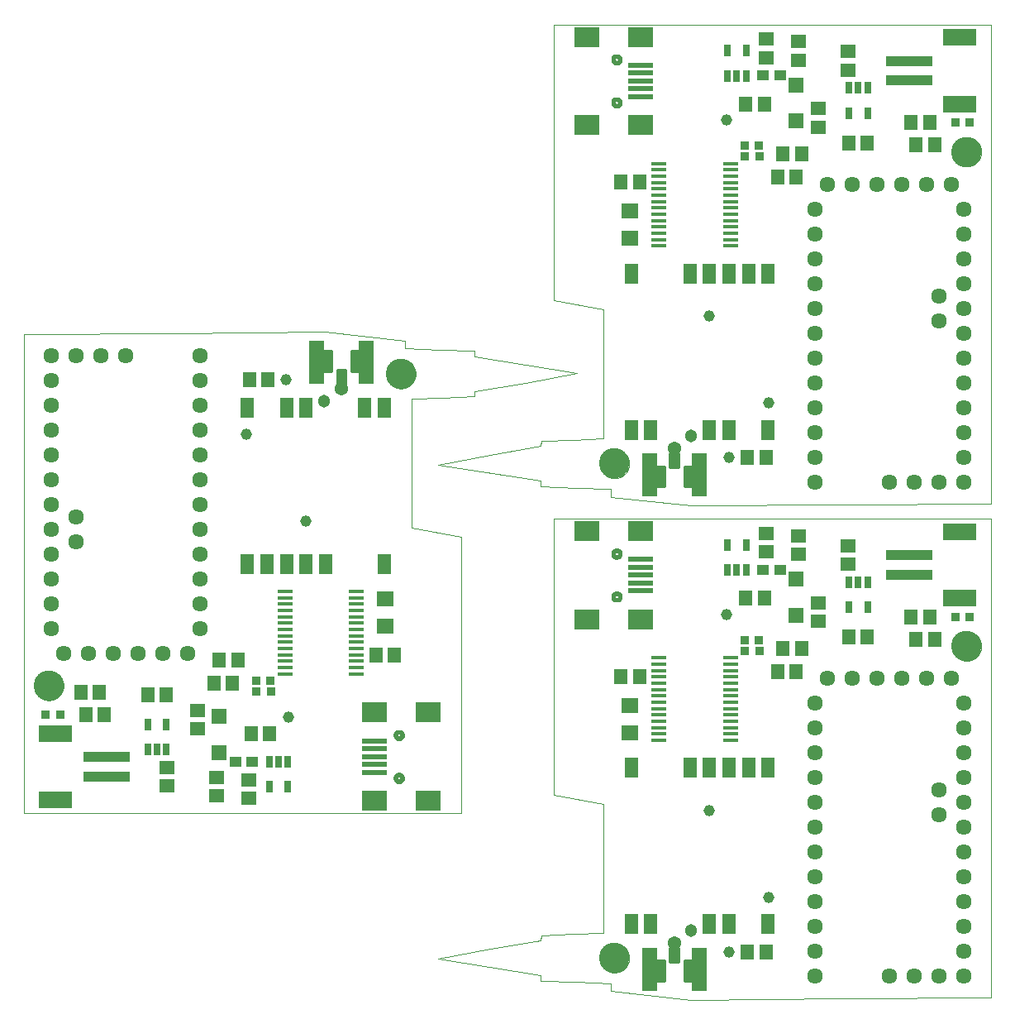
<source format=gts>
%MOIN*%
%OFA0B0*%
%FSLAX25Y25*%
%IPPOS*%
%LPD*%
%AMOC8*
5,1,8,0,0,$1,22.5*%
%AMOC80*
5,1,8,0,0,$1,22.5*%
%AMOC81*
5,1,8,0,0,$1,202.5*%
%ADD10C,0*%
%ADD11C,0.12210999999999998*%
%ADD12R,0.055179999999999993X0.06306*%
%ADD13R,0.06699X0.05912*%
%ADD14R,0.0355X0.0355*%
%ADD15C,0.06337*%
%ADD16R,0.059000000000000004X0.0177*%
%ADD17C,0.01614*%
%ADD18R,0.10243X0.02369*%
%ADD19R,0.10243X0.08274*%
%ADD20R,0.02565X0.05124*%
%ADD21R,0.06306X0.055179999999999993*%
%ADD22R,0.1851X0.04337*%
%ADD23R,0.13786X0.06699*%
%ADD24R,0.054X0.08274*%
%ADD25R,0.05912X0.05912*%
%ADD26R,0.04731X0.04337*%
%ADD27C,0.0088*%
%ADD28C,0.054*%
%ADD29R,0.064X0.17399999999999996*%
%ADD30C,0.05124*%
%ADD31C,0.04534*%
%ADD42C,0*%
%ADD43C,0.12210999999999998*%
%ADD44R,0.055179999999999993X0.06306*%
%ADD45R,0.06699X0.05912*%
%ADD46R,0.0355X0.0355*%
%ADD47C,0.06337*%
%ADD48R,0.059000000000000004X0.0177*%
%ADD49C,0.01614*%
%ADD50R,0.10243X0.02369*%
%ADD51R,0.10243X0.08274*%
%ADD52R,0.02565X0.05124*%
%ADD53R,0.06306X0.055179999999999993*%
%ADD54R,0.1851X0.04337*%
%ADD55R,0.13786X0.06699*%
%ADD56R,0.054X0.08274*%
%ADD57R,0.05912X0.05912*%
%ADD58R,0.04731X0.04337*%
%ADD59C,0.0088*%
%ADD60C,0.054*%
%ADD61R,0.064X0.17399999999999996*%
%ADD62C,0.05124*%
%ADD63C,0.04534*%
%ADD64C,0*%
%ADD65C,0.12210999999999998*%
%ADD66R,0.055179999999999993X0.06306*%
%ADD67R,0.06699X0.05912*%
%ADD68R,0.0355X0.0355*%
%ADD69C,0.06337*%
%ADD70R,0.059000000000000004X0.0177*%
%ADD71C,0.01614*%
%ADD72R,0.10243X0.02369*%
%ADD73R,0.10243X0.08274*%
%ADD74R,0.02565X0.05124*%
%ADD75R,0.06306X0.055179999999999993*%
%ADD76R,0.1851X0.04337*%
%ADD77R,0.13786X0.06699*%
%ADD78R,0.054X0.08274*%
%ADD79R,0.05912X0.05912*%
%ADD80R,0.04731X0.04337*%
%ADD81C,0.0088*%
%ADD82C,0.054*%
%ADD83R,0.064X0.17399999999999996*%
%ADD84C,0.05124*%
%ADD85C,0.04534*%
G75*
D10*
X0169911Y0016923D02*
X0190745Y0020882D01*
X0211245Y0024507D01*
X0211314Y0026340D01*
X0211384Y0026506D01*
X0224148Y0026993D01*
X0236578Y0027478D01*
X0236554Y0027472D02*
X0236579Y0053478D01*
X0236578Y0053451D02*
X0236578Y0079423D01*
X0216577Y0083173D01*
X0216577Y0194285D01*
X0392828Y0194285D01*
X0392828Y0001229D01*
X0332273Y0000882D01*
X0271717Y0000535D01*
X0239356Y0003907D01*
X0239356Y0007062D01*
X0225259Y0007618D01*
X0211161Y0008173D01*
X0211161Y0010396D01*
X0169911Y0016923D01*
X0235007Y0017338D02*
X0235008Y0017491D01*
X0235015Y0017645D01*
X0235025Y0017798D01*
X0235039Y0017950D01*
X0235056Y0018103D01*
X0235079Y0018254D01*
X0235103Y0018405D01*
X0235134Y0018555D01*
X0235168Y0018705D01*
X0235205Y0018854D01*
X0235246Y0019002D01*
X0235291Y0019148D01*
X0235340Y0019294D01*
X0235393Y0019438D01*
X0235449Y0019580D01*
X0235509Y0019721D01*
X0235573Y0019861D01*
X0235639Y0019999D01*
X0235711Y0020135D01*
X0235786Y0020269D01*
X0235862Y0020401D01*
X0235944Y0020530D01*
X0236029Y0020659D01*
X0236117Y0020785D01*
X0236208Y0020908D01*
X0236302Y0021029D01*
X0236400Y0021147D01*
X0236500Y0021263D01*
X0236604Y0021376D01*
X0236710Y0021487D01*
X0236818Y0021595D01*
X0236931Y0021700D01*
X0237045Y0021801D01*
X0237163Y0021900D01*
X0237282Y0021996D01*
X0237404Y0022089D01*
X0237529Y0022177D01*
X0237656Y0022265D01*
X0237785Y0022347D01*
X0237916Y0022427D01*
X0238049Y0022503D01*
X0238184Y0022575D01*
X0238321Y0022645D01*
X0238459Y0022710D01*
X0238600Y0022772D01*
X0238742Y0022830D01*
X0238885Y0022885D01*
X0239030Y0022936D01*
X0239176Y0022983D01*
X0239323Y0023026D01*
X0239471Y0023065D01*
X0239620Y0023101D01*
X0239770Y0023131D01*
X0239921Y0023160D01*
X0240072Y0023184D01*
X0240225Y0023204D01*
X0240377Y0023220D01*
X0240530Y0023232D01*
X0240682Y0023240D01*
X0240836Y0023244D01*
X0240990Y0023244D01*
X0241143Y0023240D01*
X0241296Y0023232D01*
X0241448Y0023220D01*
X0241601Y0023204D01*
X0241753Y0023184D01*
X0241905Y0023160D01*
X0242056Y0023131D01*
X0242206Y0023101D01*
X0242355Y0023065D01*
X0242503Y0023026D01*
X0242650Y0022983D01*
X0242796Y0022936D01*
X0242940Y0022885D01*
X0243084Y0022830D01*
X0243226Y0022772D01*
X0243366Y0022710D01*
X0243505Y0022645D01*
X0243642Y0022575D01*
X0243777Y0022503D01*
X0243909Y0022427D01*
X0244041Y0022347D01*
X0244170Y0022265D01*
X0244297Y0022177D01*
X0244422Y0022089D01*
X0244544Y0021996D01*
X0244663Y0021900D01*
X0244781Y0021801D01*
X0244895Y0021700D01*
X0245007Y0021595D01*
X0245115Y0021487D01*
X0245222Y0021376D01*
X0245326Y0021263D01*
X0245426Y0021147D01*
X0245524Y0021029D01*
X0245617Y0020908D01*
X0245709Y0020785D01*
X0245797Y0020659D01*
X0245881Y0020530D01*
X0245963Y0020401D01*
X0246040Y0020269D01*
X0246115Y0020135D01*
X0246186Y0019999D01*
X0246253Y0019861D01*
X0246317Y0019721D01*
X0246376Y0019580D01*
X0246433Y0019438D01*
X0246485Y0019294D01*
X0246535Y0019148D01*
X0246580Y0019002D01*
X0246620Y0018854D01*
X0246658Y0018705D01*
X0246692Y0018555D01*
X0246722Y0018405D01*
X0246747Y0018254D01*
X0246769Y0018103D01*
X0246787Y0017950D01*
X0246801Y0017798D01*
X0246810Y0017645D01*
X0246817Y0017491D01*
X0246819Y0017338D01*
X0246817Y0017185D01*
X0246810Y0017031D01*
X0246801Y0016878D01*
X0246787Y0016726D01*
X0246769Y0016573D01*
X0246747Y0016422D01*
X0246722Y0016271D01*
X0246692Y0016120D01*
X0246658Y0015970D01*
X0246620Y0015822D01*
X0246580Y0015673D01*
X0246535Y0015528D01*
X0246485Y0015382D01*
X0246433Y0015237D01*
X0246376Y0015096D01*
X0246317Y0014954D01*
X0246253Y0014815D01*
X0246186Y0014677D01*
X0246115Y0014541D01*
X0246040Y0014407D01*
X0245963Y0014274D01*
X0245881Y0014145D01*
X0245797Y0014016D01*
X0245709Y0013891D01*
X0245617Y0013768D01*
X0245524Y0013647D01*
X0245426Y0013529D01*
X0245326Y0013413D01*
X0245222Y0013300D01*
X0245115Y0013189D01*
X0245007Y0013081D01*
X0244895Y0012975D01*
X0244781Y0012875D01*
X0244663Y0012776D01*
X0244544Y0012680D01*
X0244422Y0012587D01*
X0244297Y0012498D01*
X0244170Y0012411D01*
X0244041Y0012329D01*
X0243909Y0012249D01*
X0243777Y0012173D01*
X0243642Y0012100D01*
X0243505Y0012031D01*
X0243366Y0011966D01*
X0243226Y0011904D01*
X0243084Y0011846D01*
X0242940Y0011791D01*
X0242796Y0011740D01*
X0242650Y0011693D01*
X0242503Y0011650D01*
X0242355Y0011611D01*
X0242206Y0011575D01*
X0242056Y0011543D01*
X0241905Y0011516D01*
X0241753Y0011492D01*
X0241601Y0011472D01*
X0241448Y0011455D01*
X0241296Y0011444D01*
X0241143Y0011436D01*
X0240990Y0011432D01*
X0240836Y0011432D01*
X0240682Y0011436D01*
X0240530Y0011444D01*
X0240377Y0011455D01*
X0240225Y0011472D01*
X0240072Y0011492D01*
X0239921Y0011516D01*
X0239770Y0011543D01*
X0239620Y0011575D01*
X0239471Y0011611D01*
X0239323Y0011650D01*
X0239176Y0011693D01*
X0239030Y0011740D01*
X0238885Y0011791D01*
X0238742Y0011846D01*
X0238600Y0011904D01*
X0238459Y0011966D01*
X0238321Y0012031D01*
X0238184Y0012100D01*
X0238049Y0012173D01*
X0237916Y0012249D01*
X0237785Y0012329D01*
X0237656Y0012411D01*
X0237529Y0012498D01*
X0237404Y0012587D01*
X0237282Y0012680D01*
X0237163Y0012776D01*
X0237045Y0012875D01*
X0236931Y0012975D01*
X0236818Y0013081D01*
X0236710Y0013189D01*
X0236604Y0013300D01*
X0236500Y0013413D01*
X0236400Y0013529D01*
X0236302Y0013647D01*
X0236208Y0013768D01*
X0236117Y0013891D01*
X0236029Y0014016D01*
X0235944Y0014145D01*
X0235862Y0014274D01*
X0235786Y0014407D01*
X0235711Y0014541D01*
X0235639Y0014677D01*
X0235573Y0014815D01*
X0235509Y0014954D01*
X0235449Y0015096D01*
X0235393Y0015237D01*
X0235340Y0015382D01*
X0235291Y0015528D01*
X0235246Y0015673D01*
X0235205Y0015822D01*
X0235168Y0015970D01*
X0235134Y0016120D01*
X0235103Y0016271D01*
X0235079Y0016422D01*
X0235056Y0016573D01*
X0235039Y0016726D01*
X0235025Y0016878D01*
X0235015Y0017031D01*
X0235008Y0017185D01*
X0235007Y0017338D01*
X0376993Y0142992D02*
X0376995Y0143145D01*
X0377001Y0143299D01*
X0377011Y0143452D01*
X0377025Y0143604D01*
X0377043Y0143757D01*
X0377065Y0143908D01*
X0377090Y0144059D01*
X0377120Y0144210D01*
X0377154Y0144360D01*
X0377191Y0144508D01*
X0377232Y0144656D01*
X0377277Y0144802D01*
X0377326Y0144948D01*
X0377379Y0145092D01*
X0377435Y0145234D01*
X0377495Y0145375D01*
X0377559Y0145515D01*
X0377626Y0145653D01*
X0377697Y0145788D01*
X0377772Y0145923D01*
X0377849Y0146055D01*
X0377931Y0146185D01*
X0378015Y0146313D01*
X0378102Y0146439D01*
X0378194Y0146562D01*
X0378288Y0146683D01*
X0378386Y0146801D01*
X0378486Y0146917D01*
X0378590Y0147030D01*
X0378696Y0147141D01*
X0378805Y0147249D01*
X0378917Y0147353D01*
X0379031Y0147455D01*
X0379149Y0147554D01*
X0379268Y0147650D01*
X0379390Y0147743D01*
X0379515Y0147832D01*
X0379642Y0147919D01*
X0379771Y0148001D01*
X0379902Y0148081D01*
X0380035Y0148157D01*
X0380170Y0148230D01*
X0380307Y0148299D01*
X0380446Y0148364D01*
X0380586Y0148425D01*
X0380728Y0148484D01*
X0380871Y0148539D01*
X0381016Y0148590D01*
X0381162Y0148637D01*
X0381308Y0148680D01*
X0381457Y0148719D01*
X0381606Y0148755D01*
X0381756Y0148786D01*
X0381907Y0148814D01*
X0382058Y0148838D01*
X0382211Y0148858D01*
X0382363Y0148874D01*
X0382516Y0148886D01*
X0382669Y0148894D01*
X0382822Y0148898D01*
X0382976Y0148898D01*
X0383129Y0148894D01*
X0383282Y0148886D01*
X0383435Y0148874D01*
X0383587Y0148858D01*
X0383740Y0148838D01*
X0383890Y0148814D01*
X0384042Y0148786D01*
X0384192Y0148755D01*
X0384341Y0148719D01*
X0384489Y0148680D01*
X0384636Y0148637D01*
X0384782Y0148590D01*
X0384927Y0148539D01*
X0385070Y0148484D01*
X0385212Y0148425D01*
X0385352Y0148364D01*
X0385491Y0148299D01*
X0385628Y0148230D01*
X0385763Y0148157D01*
X0385896Y0148081D01*
X0386027Y0148001D01*
X0386156Y0147919D01*
X0386283Y0147832D01*
X0386407Y0147743D01*
X0386530Y0147650D01*
X0386649Y0147554D01*
X0386767Y0147455D01*
X0386881Y0147353D01*
X0386993Y0147249D01*
X0387102Y0147141D01*
X0387208Y0147030D01*
X0387312Y0146917D01*
X0387412Y0146801D01*
X0387510Y0146683D01*
X0387604Y0146562D01*
X0387695Y0146439D01*
X0387782Y0146313D01*
X0387866Y0146185D01*
X0387949Y0146055D01*
X0388026Y0145923D01*
X0388101Y0145788D01*
X0388172Y0145653D01*
X0388238Y0145515D01*
X0388303Y0145375D01*
X0388363Y0145234D01*
X0388419Y0145092D01*
X0388472Y0144948D01*
X0388521Y0144802D01*
X0388566Y0144656D01*
X0388607Y0144508D01*
X0388644Y0144360D01*
X0388678Y0144210D01*
X0388708Y0144059D01*
X0388733Y0143908D01*
X0388755Y0143757D01*
X0388773Y0143604D01*
X0388787Y0143452D01*
X0388797Y0143299D01*
X0388803Y0143145D01*
X0388805Y0142992D01*
X0388803Y0142839D01*
X0388797Y0142685D01*
X0388787Y0142531D01*
X0388773Y0142380D01*
X0388755Y0142227D01*
X0388733Y0142076D01*
X0388708Y0141925D01*
X0388678Y0141774D01*
X0388644Y0141624D01*
X0388607Y0141476D01*
X0388566Y0141328D01*
X0388521Y0141182D01*
X0388472Y0141036D01*
X0388419Y0140892D01*
X0388363Y0140750D01*
X0388303Y0140609D01*
X0388238Y0140469D01*
X0388172Y0140330D01*
X0388101Y0140195D01*
X0388026Y0140061D01*
X0387949Y0139929D01*
X0387866Y0139799D01*
X0387782Y0139671D01*
X0387695Y0139545D01*
X0387604Y0139422D01*
X0387510Y0139301D01*
X0387412Y0139183D01*
X0387312Y0139067D01*
X0387208Y0138953D01*
X0387102Y0138843D01*
X0386993Y0138735D01*
X0386881Y0138630D01*
X0386767Y0138528D01*
X0386649Y0138430D01*
X0386530Y0138333D01*
X0386407Y0138241D01*
X0386283Y0138152D01*
X0386156Y0138065D01*
X0386027Y0137983D01*
X0385896Y0137903D01*
X0385763Y0137827D01*
X0385628Y0137753D01*
X0385491Y0137685D01*
X0385352Y0137620D01*
X0385212Y0137558D01*
X0385070Y0137500D01*
X0384927Y0137445D01*
X0384782Y0137394D01*
X0384636Y0137347D01*
X0384489Y0137304D01*
X0384341Y0137265D01*
X0384192Y0137229D01*
X0384042Y0137198D01*
X0383890Y0137170D01*
X0383740Y0137146D01*
X0383587Y0137126D01*
X0383435Y0137110D01*
X0383282Y0137098D01*
X0383129Y0137090D01*
X0382976Y0137086D01*
X0382822Y0137086D01*
X0382669Y0137090D01*
X0382516Y0137098D01*
X0382363Y0137110D01*
X0382211Y0137126D01*
X0382058Y0137146D01*
X0381907Y0137170D01*
X0381756Y0137198D01*
X0381606Y0137229D01*
X0381457Y0137265D01*
X0381308Y0137304D01*
X0381162Y0137347D01*
X0381016Y0137394D01*
X0380871Y0137445D01*
X0380728Y0137500D01*
X0380586Y0137558D01*
X0380446Y0137620D01*
X0380307Y0137685D01*
X0380170Y0137753D01*
X0380035Y0137827D01*
X0379902Y0137903D01*
X0379771Y0137983D01*
X0379642Y0138065D01*
X0379515Y0138152D01*
X0379390Y0138241D01*
X0379268Y0138333D01*
X0379149Y0138430D01*
X0379031Y0138528D01*
X0378917Y0138630D01*
X0378805Y0138735D01*
X0378696Y0138843D01*
X0378590Y0138953D01*
X0378486Y0139067D01*
X0378386Y0139183D01*
X0378288Y0139301D01*
X0378194Y0139422D01*
X0378102Y0139545D01*
X0378015Y0139671D01*
X0377931Y0139799D01*
X0377849Y0139929D01*
X0377772Y0140061D01*
X0377697Y0140195D01*
X0377626Y0140330D01*
X0377559Y0140469D01*
X0377495Y0140609D01*
X0377435Y0140750D01*
X0377379Y0140892D01*
X0377326Y0141036D01*
X0377277Y0141182D01*
X0377232Y0141328D01*
X0377191Y0141476D01*
X0377154Y0141624D01*
X0377120Y0141774D01*
X0377090Y0141925D01*
X0377065Y0142076D01*
X0377043Y0142227D01*
X0377025Y0142380D01*
X0377011Y0142531D01*
X0377001Y0142685D01*
X0376995Y0142839D01*
X0376993Y0142992D01*
D11*
X0382899Y0142992D03*
X0240913Y0017338D03*
D12*
X0294513Y0019673D03*
X0301994Y0019673D03*
X0250993Y0130673D03*
X0243514Y0130673D03*
X0293904Y0162212D03*
X0301385Y0162212D03*
X0308891Y0142056D03*
X0316371Y0142056D03*
X0314172Y0132844D03*
X0306691Y0132844D03*
X0335414Y0146573D03*
X0342894Y0146573D03*
X0360514Y0154673D03*
X0367994Y0154673D03*
X0369994Y0145673D03*
X0362514Y0145673D03*
D13*
X0247254Y0119185D03*
X0247254Y0108162D03*
D14*
X0293501Y0141073D03*
X0293301Y0145473D03*
X0299207Y0145473D03*
X0299407Y0141073D03*
X0378301Y0154673D03*
X0384207Y0154673D03*
D15*
X0376803Y0129987D03*
X0366803Y0129987D03*
X0356803Y0129987D03*
X0346803Y0129987D03*
X0336803Y0129987D03*
X0326803Y0129987D03*
X0321803Y0119988D03*
X0321803Y0109988D03*
X0321803Y0099988D03*
X0321803Y0089988D03*
X0321803Y0079988D03*
X0321803Y0069988D03*
X0321803Y0059988D03*
X0321803Y0049988D03*
X0321803Y0039988D03*
X0321803Y0029987D03*
X0321803Y0019988D03*
X0321803Y0009988D03*
X0351803Y0009988D03*
X0361803Y0009988D03*
X0371803Y0009988D03*
X0381803Y0009988D03*
X0381803Y0019988D03*
X0381803Y0029987D03*
X0381803Y0039988D03*
X0381803Y0049988D03*
X0381803Y0059988D03*
X0381803Y0069988D03*
X0371803Y0074988D03*
X0381803Y0079988D03*
X0371803Y0084987D03*
X0381803Y0089988D03*
X0381803Y0099988D03*
X0381803Y0109988D03*
X0381803Y0119988D03*
D16*
X0287648Y0120394D03*
X0287648Y0117835D03*
X0287648Y0115276D03*
X0287648Y0112717D03*
X0287648Y0110158D03*
X0287648Y0107599D03*
X0287648Y0105040D03*
X0287648Y0122953D03*
X0287648Y0125512D03*
X0287648Y0128071D03*
X0287648Y0130630D03*
X0287648Y0133189D03*
X0287648Y0135747D03*
X0287648Y0138307D03*
X0258860Y0138307D03*
X0258860Y0135747D03*
X0258860Y0133189D03*
X0258860Y0130630D03*
X0258860Y0128071D03*
X0258860Y0125512D03*
X0258860Y0122953D03*
X0258860Y0120394D03*
X0258860Y0117835D03*
X0258860Y0115276D03*
X0258860Y0112717D03*
X0258860Y0110158D03*
X0258860Y0107599D03*
X0258860Y0105040D03*
D17*
X0240347Y0162920D02*
X0240349Y0162994D01*
X0240355Y0163067D01*
X0240364Y0163141D01*
X0240379Y0163213D01*
X0240396Y0163286D01*
X0240418Y0163356D01*
X0240443Y0163426D01*
X0240472Y0163494D01*
X0240505Y0163560D01*
X0240540Y0163625D01*
X0240580Y0163687D01*
X0240623Y0163748D01*
X0240669Y0163806D01*
X0240718Y0163861D01*
X0240770Y0163914D01*
X0240824Y0163964D01*
X0240882Y0164010D01*
X0240942Y0164054D01*
X0241004Y0164094D01*
X0241068Y0164131D01*
X0241134Y0164165D01*
X0241202Y0164195D01*
X0241271Y0164221D01*
X0241342Y0164244D01*
X0241413Y0164262D01*
X0241486Y0164277D01*
X0241559Y0164287D01*
X0241633Y0164295D01*
X0241706Y0164298D01*
X0241780Y0164297D01*
X0241854Y0164292D01*
X0241928Y0164283D01*
X0242001Y0164269D01*
X0242072Y0164253D01*
X0242144Y0164233D01*
X0242214Y0164207D01*
X0242282Y0164180D01*
X0242349Y0164149D01*
X0242414Y0164113D01*
X0242477Y0164075D01*
X0242538Y0164032D01*
X0242597Y0163987D01*
X0242653Y0163939D01*
X0242706Y0163888D01*
X0242756Y0163833D01*
X0242804Y0163777D01*
X0242848Y0163718D01*
X0242890Y0163656D01*
X0242928Y0163593D01*
X0242962Y0163527D01*
X0242993Y0163460D01*
X0243020Y0163390D01*
X0243043Y0163321D01*
X0243062Y0163250D01*
X0243079Y0163177D01*
X0243091Y0163104D01*
X0243099Y0163031D01*
X0243102Y0162957D01*
X0243102Y0162883D01*
X0243099Y0162809D01*
X0243091Y0162736D01*
X0243079Y0162663D01*
X0243062Y0162590D01*
X0243043Y0162519D01*
X0243020Y0162449D01*
X0242993Y0162380D01*
X0242962Y0162313D01*
X0242928Y0162247D01*
X0242890Y0162184D01*
X0242848Y0162122D01*
X0242804Y0162063D01*
X0242756Y0162006D01*
X0242706Y0161952D01*
X0242653Y0161901D01*
X0242597Y0161853D01*
X0242538Y0161807D01*
X0242477Y0161765D01*
X0242414Y0161727D01*
X0242349Y0161691D01*
X0242282Y0161660D01*
X0242214Y0161632D01*
X0242144Y0161607D01*
X0242072Y0161587D01*
X0242001Y0161570D01*
X0241928Y0161557D01*
X0241854Y0161548D01*
X0241780Y0161543D01*
X0241706Y0161542D01*
X0241633Y0161545D01*
X0241559Y0161552D01*
X0241486Y0161563D01*
X0241413Y0161578D01*
X0241342Y0161596D01*
X0241271Y0161619D01*
X0241202Y0161645D01*
X0241134Y0161675D01*
X0241068Y0161709D01*
X0241004Y0161746D01*
X0240942Y0161786D01*
X0240882Y0161829D01*
X0240824Y0161876D01*
X0240770Y0161926D01*
X0240718Y0161979D01*
X0240669Y0162033D01*
X0240623Y0162092D01*
X0240580Y0162153D01*
X0240540Y0162215D01*
X0240505Y0162280D01*
X0240472Y0162346D01*
X0240443Y0162414D01*
X0240418Y0162484D01*
X0240396Y0162553D01*
X0240379Y0162626D01*
X0240364Y0162699D01*
X0240355Y0162772D01*
X0240349Y0162846D01*
X0240347Y0162920D01*
X0240347Y0180243D02*
X0240349Y0180317D01*
X0240355Y0180390D01*
X0240364Y0180463D01*
X0240379Y0180537D01*
X0240396Y0180609D01*
X0240418Y0180678D01*
X0240443Y0180749D01*
X0240472Y0180817D01*
X0240505Y0180883D01*
X0240540Y0180948D01*
X0240580Y0181010D01*
X0240623Y0181071D01*
X0240669Y0181129D01*
X0240718Y0181184D01*
X0240770Y0181237D01*
X0240824Y0181287D01*
X0240882Y0181333D01*
X0240942Y0181377D01*
X0241004Y0181417D01*
X0241068Y0181454D01*
X0241134Y0181488D01*
X0241202Y0181518D01*
X0241271Y0181544D01*
X0241342Y0181567D01*
X0241413Y0181585D01*
X0241486Y0181600D01*
X0241559Y0181610D01*
X0241633Y0181618D01*
X0241706Y0181621D01*
X0241780Y0181620D01*
X0241854Y0181615D01*
X0241928Y0181606D01*
X0242001Y0181592D01*
X0242072Y0181576D01*
X0242144Y0181556D01*
X0242214Y0181531D01*
X0242282Y0181503D01*
X0242349Y0181472D01*
X0242414Y0181435D01*
X0242477Y0181398D01*
X0242538Y0181356D01*
X0242597Y0181309D01*
X0242653Y0181262D01*
X0242706Y0181211D01*
X0242756Y0181157D01*
X0242804Y0181100D01*
X0242848Y0181041D01*
X0242890Y0180979D01*
X0242928Y0180916D01*
X0242962Y0180850D01*
X0242993Y0180783D01*
X0243020Y0180714D01*
X0243043Y0180644D01*
X0243062Y0180573D01*
X0243079Y0180500D01*
X0243091Y0180427D01*
X0243099Y0180354D01*
X0243102Y0180280D01*
X0243102Y0180206D01*
X0243099Y0180132D01*
X0243091Y0180058D01*
X0243079Y0179986D01*
X0243062Y0179913D01*
X0243043Y0179841D01*
X0243020Y0179772D01*
X0242993Y0179703D01*
X0242962Y0179635D01*
X0242928Y0179570D01*
X0242890Y0179507D01*
X0242848Y0179445D01*
X0242804Y0179386D01*
X0242756Y0179329D01*
X0242706Y0179275D01*
X0242653Y0179223D01*
X0242597Y0179176D01*
X0242538Y0179130D01*
X0242477Y0179088D01*
X0242414Y0179050D01*
X0242349Y0179014D01*
X0242282Y0178983D01*
X0242214Y0178955D01*
X0242144Y0178930D01*
X0242072Y0178910D01*
X0242001Y0178893D01*
X0241928Y0178880D01*
X0241854Y0178871D01*
X0241780Y0178866D01*
X0241706Y0178865D01*
X0241633Y0178868D01*
X0241559Y0178875D01*
X0241486Y0178886D01*
X0241413Y0178901D01*
X0241342Y0178919D01*
X0241271Y0178942D01*
X0241202Y0178968D01*
X0241134Y0178998D01*
X0241068Y0179032D01*
X0241004Y0179069D01*
X0240942Y0179109D01*
X0240882Y0179152D01*
X0240824Y0179199D01*
X0240770Y0179249D01*
X0240718Y0179302D01*
X0240669Y0179357D01*
X0240623Y0179415D01*
X0240580Y0179476D01*
X0240540Y0179538D01*
X0240505Y0179603D01*
X0240472Y0179669D01*
X0240443Y0179737D01*
X0240418Y0179807D01*
X0240396Y0179877D01*
X0240379Y0179949D01*
X0240364Y0180022D01*
X0240355Y0180095D01*
X0240349Y0180169D01*
X0240347Y0180243D01*
D18*
X0251567Y0177881D03*
X0251567Y0174731D03*
X0251567Y0171582D03*
X0251567Y0168432D03*
X0251567Y0165283D03*
D19*
X0251567Y0153865D03*
X0229914Y0153865D03*
X0229914Y0189298D03*
X0251567Y0189298D03*
D20*
X0286514Y0183792D03*
X0293994Y0183792D03*
X0293994Y0173555D03*
X0290254Y0173555D03*
X0286514Y0173555D03*
X0335514Y0168792D03*
X0339254Y0168792D03*
X0342994Y0168792D03*
X0342994Y0158555D03*
X0335514Y0158555D03*
D21*
X0322939Y0160414D03*
X0322939Y0152933D03*
X0335254Y0175933D03*
X0335254Y0183414D03*
X0315254Y0179933D03*
X0315254Y0187414D03*
X0302254Y0188414D03*
X0302254Y0180933D03*
D22*
X0359687Y0179610D03*
X0359687Y0171735D03*
D23*
X0380160Y0162288D03*
X0380160Y0189059D03*
D24*
X0302813Y0093919D03*
X0294939Y0093949D03*
X0287065Y0093927D03*
X0279239Y0093949D03*
X0271316Y0093919D03*
X0247695Y0093949D03*
X0247695Y0030927D03*
X0255568Y0030927D03*
X0279191Y0030927D03*
X0287065Y0030927D03*
X0302813Y0030919D03*
D25*
X0314254Y0155390D03*
X0314254Y0169957D03*
D26*
X0307600Y0173673D03*
X0300907Y0173673D03*
D27*
X0266714Y0021362D02*
X0266714Y0015842D01*
X0263194Y0015842D01*
X0263194Y0021362D01*
X0266714Y0021362D01*
X0266714Y0016721D02*
X0263194Y0016721D01*
X0263194Y0017600D02*
X0266714Y0017600D01*
X0266714Y0018479D02*
X0263194Y0018479D01*
X0263194Y0019358D02*
X0266714Y0019358D01*
X0266714Y0020237D02*
X0263194Y0020237D01*
X0263194Y0021116D02*
X0266714Y0021116D01*
X0272502Y0016313D02*
X0272502Y0008133D01*
X0268982Y0008133D01*
X0268982Y0016313D01*
X0272502Y0016313D01*
X0272502Y0009012D02*
X0268982Y0009012D01*
X0268982Y0009891D02*
X0272502Y0009891D01*
X0272502Y0010770D02*
X0268982Y0010770D01*
X0268982Y0011649D02*
X0272502Y0011649D01*
X0272502Y0012528D02*
X0268982Y0012528D01*
X0268982Y0013407D02*
X0272502Y0013407D01*
X0272502Y0014285D02*
X0268982Y0014285D01*
X0268982Y0015165D02*
X0272502Y0015165D01*
X0272502Y0016044D02*
X0268982Y0016044D01*
X0260925Y0016313D02*
X0260925Y0008133D01*
X0257405Y0008133D01*
X0257405Y0016313D01*
X0260925Y0016313D01*
X0260925Y0009012D02*
X0257405Y0009012D01*
X0257405Y0009891D02*
X0260925Y0009891D01*
X0260925Y0010770D02*
X0257405Y0010770D01*
X0257405Y0011649D02*
X0260925Y0011649D01*
X0260925Y0012528D02*
X0257405Y0012528D01*
X0257405Y0013407D02*
X0260925Y0013407D01*
X0260925Y0014285D02*
X0257405Y0014285D01*
X0257405Y0015165D02*
X0260925Y0015165D01*
X0260925Y0016044D02*
X0257405Y0016044D01*
D28*
X0264954Y0023472D03*
D29*
X0254954Y0012723D03*
X0274953Y0012723D03*
D30*
X0271910Y0028337D03*
D31*
X0287254Y0019673D03*
X0303254Y0041673D03*
X0279254Y0076673D03*
X0286254Y0155673D03*
G04 next file*
G75*
D42*
X0169911Y0216135D02*
X0190745Y0220094D01*
X0211245Y0223719D01*
X0211314Y0225552D01*
X0211384Y0225719D01*
X0224148Y0226205D01*
X0236578Y0226691D01*
X0236554Y0226684D02*
X0236579Y0252690D01*
X0236578Y0252663D02*
X0236578Y0278635D01*
X0216577Y0282385D01*
X0216577Y0393497D01*
X0392828Y0393497D01*
X0392828Y0200441D01*
X0332273Y0200094D01*
X0271717Y0199747D01*
X0239356Y0203119D01*
X0239356Y0206273D01*
X0225259Y0206829D01*
X0211161Y0207385D01*
X0211161Y0209608D01*
X0169911Y0216135D01*
X0235007Y0216550D02*
X0235008Y0216703D01*
X0235015Y0216857D01*
X0235025Y0217010D01*
X0235039Y0217162D01*
X0235056Y0217315D01*
X0235079Y0217465D01*
X0235103Y0217617D01*
X0235134Y0217768D01*
X0235168Y0217918D01*
X0235205Y0218066D01*
X0235246Y0218214D01*
X0235291Y0218360D01*
X0235340Y0218506D01*
X0235393Y0218650D01*
X0235449Y0218792D01*
X0235509Y0218933D01*
X0235573Y0219072D01*
X0235639Y0219211D01*
X0235711Y0219347D01*
X0235786Y0219481D01*
X0235862Y0219613D01*
X0235944Y0219743D01*
X0236029Y0219871D01*
X0236117Y0219997D01*
X0236208Y0220120D01*
X0236302Y0220241D01*
X0236400Y0220359D01*
X0236500Y0220475D01*
X0236604Y0220588D01*
X0236710Y0220698D01*
X0236818Y0220807D01*
X0236931Y0220912D01*
X0237045Y0221013D01*
X0237163Y0221112D01*
X0237282Y0221207D01*
X0237404Y0221301D01*
X0237529Y0221390D01*
X0237656Y0221477D01*
X0237785Y0221559D01*
X0237916Y0221639D01*
X0238049Y0221715D01*
X0238184Y0221788D01*
X0238321Y0221857D01*
X0238459Y0221922D01*
X0238600Y0221984D01*
X0238742Y0222041D01*
X0238885Y0222097D01*
X0239030Y0222148D01*
X0239176Y0222195D01*
X0239323Y0222237D01*
X0239471Y0222277D01*
X0239620Y0222312D01*
X0239770Y0222344D01*
X0239921Y0222372D01*
X0240072Y0222396D01*
X0240225Y0222416D01*
X0240377Y0222432D01*
X0240530Y0222444D01*
X0240682Y0222452D01*
X0240836Y0222456D01*
X0240990Y0222456D01*
X0241143Y0222452D01*
X0241296Y0222444D01*
X0241448Y0222432D01*
X0241601Y0222416D01*
X0241753Y0222396D01*
X0241905Y0222372D01*
X0242056Y0222344D01*
X0242206Y0222312D01*
X0242355Y0222277D01*
X0242503Y0222237D01*
X0242650Y0222195D01*
X0242796Y0222148D01*
X0242940Y0222097D01*
X0243084Y0222041D01*
X0243226Y0221984D01*
X0243366Y0221922D01*
X0243505Y0221857D01*
X0243642Y0221788D01*
X0243777Y0221715D01*
X0243909Y0221639D01*
X0244041Y0221559D01*
X0244170Y0221477D01*
X0244297Y0221390D01*
X0244422Y0221301D01*
X0244544Y0221207D01*
X0244663Y0221112D01*
X0244781Y0221013D01*
X0244895Y0220912D01*
X0245007Y0220807D01*
X0245115Y0220698D01*
X0245222Y0220588D01*
X0245326Y0220475D01*
X0245426Y0220359D01*
X0245524Y0220241D01*
X0245617Y0220120D01*
X0245709Y0219997D01*
X0245797Y0219871D01*
X0245881Y0219743D01*
X0245963Y0219613D01*
X0246040Y0219481D01*
X0246115Y0219347D01*
X0246186Y0219211D01*
X0246253Y0219072D01*
X0246317Y0218933D01*
X0246376Y0218792D01*
X0246433Y0218650D01*
X0246485Y0218506D01*
X0246535Y0218360D01*
X0246580Y0218214D01*
X0246620Y0218066D01*
X0246658Y0217918D01*
X0246692Y0217768D01*
X0246722Y0217617D01*
X0246747Y0217465D01*
X0246769Y0217315D01*
X0246787Y0217162D01*
X0246801Y0217010D01*
X0246810Y0216857D01*
X0246817Y0216703D01*
X0246819Y0216550D01*
X0246817Y0216397D01*
X0246810Y0216243D01*
X0246801Y0216089D01*
X0246787Y0215938D01*
X0246769Y0215784D01*
X0246747Y0215634D01*
X0246722Y0215483D01*
X0246692Y0215332D01*
X0246658Y0215181D01*
X0246620Y0215034D01*
X0246580Y0214886D01*
X0246535Y0214740D01*
X0246485Y0214594D01*
X0246433Y0214449D01*
X0246376Y0214308D01*
X0246317Y0214167D01*
X0246253Y0214027D01*
X0246186Y0213889D01*
X0246115Y0213753D01*
X0246040Y0213619D01*
X0245963Y0213486D01*
X0245881Y0213357D01*
X0245797Y0213228D01*
X0245709Y0213103D01*
X0245617Y0212980D01*
X0245524Y0212859D01*
X0245426Y0212740D01*
X0245326Y0212625D01*
X0245222Y0212512D01*
X0245115Y0212401D01*
X0245007Y0212293D01*
X0244895Y0212188D01*
X0244781Y0212087D01*
X0244663Y0211988D01*
X0244544Y0211892D01*
X0244422Y0211798D01*
X0244297Y0211710D01*
X0244170Y0211622D01*
X0244041Y0211540D01*
X0243909Y0211461D01*
X0243777Y0211384D01*
X0243642Y0211312D01*
X0243505Y0211242D01*
X0243366Y0211178D01*
X0243226Y0211116D01*
X0243084Y0211058D01*
X0242940Y0211003D01*
X0242796Y0210951D01*
X0242650Y0210905D01*
X0242503Y0210862D01*
X0242355Y0210822D01*
X0242206Y0210787D01*
X0242056Y0210756D01*
X0241905Y0210727D01*
X0241753Y0210704D01*
X0241601Y0210684D01*
X0241448Y0210668D01*
X0241296Y0210656D01*
X0241143Y0210648D01*
X0240990Y0210644D01*
X0240836Y0210644D01*
X0240682Y0210648D01*
X0240530Y0210656D01*
X0240377Y0210668D01*
X0240225Y0210684D01*
X0240072Y0210704D01*
X0239921Y0210727D01*
X0239770Y0210756D01*
X0239620Y0210787D01*
X0239471Y0210822D01*
X0239323Y0210862D01*
X0239176Y0210905D01*
X0239030Y0210951D01*
X0238885Y0211003D01*
X0238742Y0211058D01*
X0238600Y0211116D01*
X0238459Y0211178D01*
X0238321Y0211242D01*
X0238184Y0211312D01*
X0238049Y0211384D01*
X0237916Y0211461D01*
X0237785Y0211540D01*
X0237656Y0211622D01*
X0237529Y0211710D01*
X0237404Y0211798D01*
X0237282Y0211892D01*
X0237163Y0211988D01*
X0237045Y0212087D01*
X0236931Y0212188D01*
X0236818Y0212293D01*
X0236710Y0212401D01*
X0236604Y0212512D01*
X0236500Y0212625D01*
X0236400Y0212740D01*
X0236302Y0212859D01*
X0236208Y0212980D01*
X0236117Y0213103D01*
X0236029Y0213228D01*
X0235944Y0213357D01*
X0235862Y0213486D01*
X0235786Y0213619D01*
X0235711Y0213753D01*
X0235639Y0213889D01*
X0235573Y0214027D01*
X0235509Y0214167D01*
X0235449Y0214308D01*
X0235393Y0214449D01*
X0235340Y0214594D01*
X0235291Y0214740D01*
X0235246Y0214886D01*
X0235205Y0215034D01*
X0235168Y0215181D01*
X0235134Y0215332D01*
X0235103Y0215483D01*
X0235079Y0215634D01*
X0235056Y0215784D01*
X0235039Y0215938D01*
X0235025Y0216089D01*
X0235015Y0216243D01*
X0235008Y0216397D01*
X0235007Y0216550D01*
X0376993Y0342204D02*
X0376995Y0342357D01*
X0377001Y0342511D01*
X0377011Y0342664D01*
X0377025Y0342816D01*
X0377043Y0342969D01*
X0377065Y0343120D01*
X0377090Y0343271D01*
X0377120Y0343422D01*
X0377154Y0343572D01*
X0377191Y0343720D01*
X0377232Y0343868D01*
X0377277Y0344014D01*
X0377326Y0344160D01*
X0377379Y0344304D01*
X0377435Y0344446D01*
X0377495Y0344587D01*
X0377559Y0344726D01*
X0377626Y0344865D01*
X0377697Y0345001D01*
X0377772Y0345135D01*
X0377849Y0345267D01*
X0377931Y0345397D01*
X0378015Y0345525D01*
X0378102Y0345651D01*
X0378194Y0345774D01*
X0378288Y0345895D01*
X0378386Y0346013D01*
X0378486Y0346129D01*
X0378590Y0346242D01*
X0378696Y0346353D01*
X0378805Y0346461D01*
X0378917Y0346566D01*
X0379031Y0346667D01*
X0379149Y0346766D01*
X0379268Y0346862D01*
X0379390Y0346954D01*
X0379515Y0347044D01*
X0379642Y0347131D01*
X0379771Y0347213D01*
X0379902Y0347293D01*
X0380035Y0347369D01*
X0380170Y0347442D01*
X0380307Y0347511D01*
X0380446Y0347576D01*
X0380586Y0347638D01*
X0380728Y0347696D01*
X0380871Y0347751D01*
X0381016Y0347802D01*
X0381162Y0347849D01*
X0381308Y0347892D01*
X0381457Y0347931D01*
X0381606Y0347967D01*
X0381756Y0347997D01*
X0381907Y0348026D01*
X0382058Y0348050D01*
X0382211Y0348070D01*
X0382363Y0348086D01*
X0382516Y0348098D01*
X0382669Y0348106D01*
X0382822Y0348110D01*
X0382976Y0348110D01*
X0383129Y0348106D01*
X0383282Y0348098D01*
X0383435Y0348086D01*
X0383587Y0348070D01*
X0383740Y0348050D01*
X0383890Y0348026D01*
X0384042Y0347997D01*
X0384192Y0347967D01*
X0384341Y0347931D01*
X0384489Y0347892D01*
X0384636Y0347849D01*
X0384782Y0347802D01*
X0384927Y0347751D01*
X0385070Y0347696D01*
X0385212Y0347638D01*
X0385352Y0347576D01*
X0385491Y0347511D01*
X0385628Y0347442D01*
X0385763Y0347369D01*
X0385896Y0347293D01*
X0386027Y0347213D01*
X0386156Y0347131D01*
X0386283Y0347044D01*
X0386407Y0346954D01*
X0386530Y0346862D01*
X0386649Y0346766D01*
X0386767Y0346667D01*
X0386881Y0346566D01*
X0386993Y0346461D01*
X0387102Y0346353D01*
X0387208Y0346242D01*
X0387312Y0346129D01*
X0387412Y0346013D01*
X0387510Y0345895D01*
X0387604Y0345774D01*
X0387695Y0345651D01*
X0387782Y0345525D01*
X0387866Y0345397D01*
X0387949Y0345267D01*
X0388026Y0345135D01*
X0388101Y0345001D01*
X0388172Y0344865D01*
X0388238Y0344726D01*
X0388303Y0344587D01*
X0388363Y0344446D01*
X0388419Y0344304D01*
X0388472Y0344160D01*
X0388521Y0344014D01*
X0388566Y0343868D01*
X0388607Y0343720D01*
X0388644Y0343572D01*
X0388678Y0343422D01*
X0388708Y0343271D01*
X0388733Y0343120D01*
X0388755Y0342969D01*
X0388773Y0342816D01*
X0388787Y0342664D01*
X0388797Y0342511D01*
X0388803Y0342357D01*
X0388805Y0342204D01*
X0388803Y0342051D01*
X0388797Y0341897D01*
X0388787Y0341744D01*
X0388773Y0341592D01*
X0388755Y0341439D01*
X0388733Y0341288D01*
X0388708Y0341137D01*
X0388678Y0340986D01*
X0388644Y0340836D01*
X0388607Y0340688D01*
X0388566Y0340540D01*
X0388521Y0340394D01*
X0388472Y0340248D01*
X0388419Y0340104D01*
X0388363Y0339962D01*
X0388303Y0339821D01*
X0388238Y0339681D01*
X0388172Y0339543D01*
X0388101Y0339407D01*
X0388026Y0339273D01*
X0387949Y0339141D01*
X0387866Y0339011D01*
X0387782Y0338883D01*
X0387695Y0338757D01*
X0387604Y0338634D01*
X0387510Y0338513D01*
X0387412Y0338394D01*
X0387312Y0338279D01*
X0387208Y0338166D01*
X0387102Y0338055D01*
X0386993Y0337947D01*
X0386881Y0337842D01*
X0386767Y0337741D01*
X0386649Y0337642D01*
X0386530Y0337546D01*
X0386407Y0337453D01*
X0386283Y0337364D01*
X0386156Y0337277D01*
X0386027Y0337194D01*
X0385896Y0337114D01*
X0385763Y0337039D01*
X0385628Y0336966D01*
X0385491Y0336897D01*
X0385352Y0336832D01*
X0385212Y0336770D01*
X0385070Y0336712D01*
X0384927Y0336657D01*
X0384782Y0336606D01*
X0384636Y0336559D01*
X0384489Y0336516D01*
X0384341Y0336477D01*
X0384192Y0336441D01*
X0384042Y0336410D01*
X0383890Y0336382D01*
X0383740Y0336358D01*
X0383587Y0336338D01*
X0383435Y0336322D01*
X0383282Y0336310D01*
X0383129Y0336302D01*
X0382976Y0336298D01*
X0382822Y0336298D01*
X0382669Y0336302D01*
X0382516Y0336310D01*
X0382363Y0336322D01*
X0382211Y0336338D01*
X0382058Y0336358D01*
X0381907Y0336382D01*
X0381756Y0336410D01*
X0381606Y0336441D01*
X0381457Y0336477D01*
X0381308Y0336516D01*
X0381162Y0336559D01*
X0381016Y0336606D01*
X0380871Y0336657D01*
X0380728Y0336712D01*
X0380586Y0336770D01*
X0380446Y0336832D01*
X0380307Y0336897D01*
X0380170Y0336966D01*
X0380035Y0337039D01*
X0379902Y0337114D01*
X0379771Y0337194D01*
X0379642Y0337277D01*
X0379515Y0337364D01*
X0379390Y0337453D01*
X0379268Y0337546D01*
X0379149Y0337642D01*
X0379031Y0337741D01*
X0378917Y0337842D01*
X0378805Y0337947D01*
X0378696Y0338055D01*
X0378590Y0338166D01*
X0378486Y0338279D01*
X0378386Y0338394D01*
X0378288Y0338513D01*
X0378194Y0338634D01*
X0378102Y0338757D01*
X0378015Y0338883D01*
X0377931Y0339011D01*
X0377849Y0339141D01*
X0377772Y0339273D01*
X0377697Y0339407D01*
X0377626Y0339543D01*
X0377559Y0339681D01*
X0377495Y0339821D01*
X0377435Y0339962D01*
X0377379Y0340104D01*
X0377326Y0340248D01*
X0377277Y0340394D01*
X0377232Y0340540D01*
X0377191Y0340688D01*
X0377154Y0340836D01*
X0377120Y0340986D01*
X0377090Y0341137D01*
X0377065Y0341288D01*
X0377043Y0341439D01*
X0377025Y0341592D01*
X0377011Y0341744D01*
X0377001Y0341897D01*
X0376995Y0342051D01*
X0376993Y0342204D01*
D43*
X0382899Y0342204D03*
X0240913Y0216550D03*
D44*
X0294513Y0218885D03*
X0301994Y0218885D03*
X0250993Y0329885D03*
X0243514Y0329885D03*
X0293904Y0361424D03*
X0301385Y0361424D03*
X0308891Y0341268D03*
X0316371Y0341268D03*
X0314172Y0332055D03*
X0306691Y0332055D03*
X0335414Y0345785D03*
X0342894Y0345785D03*
X0360514Y0353885D03*
X0367994Y0353885D03*
X0369994Y0344885D03*
X0362514Y0344885D03*
D45*
X0247254Y0318397D03*
X0247254Y0307374D03*
D46*
X0293501Y0340285D03*
X0293301Y0344685D03*
X0299207Y0344685D03*
X0299407Y0340285D03*
X0378301Y0353885D03*
X0384207Y0353885D03*
D47*
X0376803Y0329199D03*
X0366803Y0329199D03*
X0356803Y0329199D03*
X0346803Y0329199D03*
X0336803Y0329199D03*
X0326803Y0329199D03*
X0321803Y0319200D03*
X0321803Y0309200D03*
X0321803Y0299200D03*
X0321803Y0289199D03*
X0321803Y0279200D03*
X0321803Y0269200D03*
X0321803Y0259200D03*
X0321803Y0249200D03*
X0321803Y0239200D03*
X0321803Y0229199D03*
X0321803Y0219200D03*
X0321803Y0209200D03*
X0351803Y0209200D03*
X0361803Y0209200D03*
X0371803Y0209200D03*
X0381803Y0209200D03*
X0381803Y0219200D03*
X0381803Y0229199D03*
X0381803Y0239200D03*
X0381803Y0249200D03*
X0381803Y0259200D03*
X0381803Y0269200D03*
X0371803Y0274200D03*
X0381803Y0279200D03*
X0371803Y0284199D03*
X0381803Y0289199D03*
X0381803Y0299200D03*
X0381803Y0309200D03*
X0381803Y0319200D03*
D48*
X0287648Y0319606D03*
X0287648Y0317046D03*
X0287648Y0314488D03*
X0287648Y0311929D03*
X0287648Y0309369D03*
X0287648Y0306811D03*
X0287648Y0304252D03*
X0287648Y0322165D03*
X0287648Y0324724D03*
X0287648Y0327283D03*
X0287648Y0329842D03*
X0287648Y0332401D03*
X0287648Y0334960D03*
X0287648Y0337519D03*
X0258860Y0337519D03*
X0258860Y0334960D03*
X0258860Y0332401D03*
X0258860Y0329842D03*
X0258860Y0327283D03*
X0258860Y0324724D03*
X0258860Y0322165D03*
X0258860Y0319606D03*
X0258860Y0317046D03*
X0258860Y0314488D03*
X0258860Y0311929D03*
X0258860Y0309369D03*
X0258860Y0306811D03*
X0258860Y0304252D03*
D49*
X0240347Y0362132D02*
X0240349Y0362206D01*
X0240355Y0362280D01*
X0240364Y0362353D01*
X0240379Y0362426D01*
X0240396Y0362498D01*
X0240418Y0362568D01*
X0240443Y0362638D01*
X0240472Y0362706D01*
X0240505Y0362772D01*
X0240540Y0362837D01*
X0240580Y0362899D01*
X0240623Y0362960D01*
X0240669Y0363018D01*
X0240718Y0363073D01*
X0240770Y0363126D01*
X0240824Y0363176D01*
X0240882Y0363221D01*
X0240942Y0363265D01*
X0241004Y0363305D01*
X0241068Y0363343D01*
X0241134Y0363377D01*
X0241202Y0363407D01*
X0241271Y0363433D01*
X0241342Y0363456D01*
X0241413Y0363474D01*
X0241486Y0363489D01*
X0241559Y0363500D01*
X0241633Y0363507D01*
X0241706Y0363510D01*
X0241780Y0363509D01*
X0241854Y0363504D01*
X0241928Y0363495D01*
X0242001Y0363482D01*
X0242072Y0363465D01*
X0242144Y0363445D01*
X0242214Y0363420D01*
X0242282Y0363392D01*
X0242349Y0363360D01*
X0242414Y0363325D01*
X0242477Y0363287D01*
X0242538Y0363245D01*
X0242597Y0363199D01*
X0242653Y0363151D01*
X0242706Y0363100D01*
X0242756Y0363046D01*
X0242804Y0362988D01*
X0242848Y0362930D01*
X0242890Y0362868D01*
X0242928Y0362805D01*
X0242962Y0362739D01*
X0242993Y0362672D01*
X0243020Y0362603D01*
X0243043Y0362533D01*
X0243062Y0362462D01*
X0243079Y0362389D01*
X0243091Y0362316D01*
X0243099Y0362243D01*
X0243102Y0362169D01*
X0243102Y0362095D01*
X0243099Y0362021D01*
X0243091Y0361948D01*
X0243079Y0361875D01*
X0243062Y0361802D01*
X0243043Y0361731D01*
X0243020Y0361661D01*
X0242993Y0361591D01*
X0242962Y0361525D01*
X0242928Y0361459D01*
X0242890Y0361396D01*
X0242848Y0361334D01*
X0242804Y0361275D01*
X0242756Y0361218D01*
X0242706Y0361164D01*
X0242653Y0361113D01*
X0242597Y0361065D01*
X0242538Y0361018D01*
X0242477Y0360977D01*
X0242414Y0360939D01*
X0242349Y0360903D01*
X0242282Y0360872D01*
X0242214Y0360843D01*
X0242144Y0360819D01*
X0242072Y0360799D01*
X0242001Y0360781D01*
X0241928Y0360769D01*
X0241854Y0360760D01*
X0241780Y0360755D01*
X0241706Y0360754D01*
X0241633Y0360757D01*
X0241559Y0360763D01*
X0241486Y0360775D01*
X0241413Y0360790D01*
X0241342Y0360808D01*
X0241271Y0360831D01*
X0241202Y0360857D01*
X0241134Y0360887D01*
X0241068Y0360921D01*
X0241004Y0360958D01*
X0240942Y0360998D01*
X0240882Y0361042D01*
X0240824Y0361088D01*
X0240770Y0361138D01*
X0240718Y0361191D01*
X0240669Y0361246D01*
X0240623Y0361304D01*
X0240580Y0361365D01*
X0240540Y0361427D01*
X0240505Y0361492D01*
X0240472Y0361558D01*
X0240443Y0361626D01*
X0240418Y0361696D01*
X0240396Y0361766D01*
X0240379Y0361838D01*
X0240364Y0361911D01*
X0240355Y0361984D01*
X0240349Y0362058D01*
X0240347Y0362132D01*
X0240347Y0379455D02*
X0240349Y0379529D01*
X0240355Y0379603D01*
X0240364Y0379676D01*
X0240379Y0379749D01*
X0240396Y0379821D01*
X0240418Y0379891D01*
X0240443Y0379961D01*
X0240472Y0380028D01*
X0240505Y0380095D01*
X0240540Y0380160D01*
X0240580Y0380222D01*
X0240623Y0380283D01*
X0240669Y0380341D01*
X0240718Y0380396D01*
X0240770Y0380449D01*
X0240824Y0380499D01*
X0240882Y0380545D01*
X0240942Y0380589D01*
X0241004Y0380629D01*
X0241068Y0380666D01*
X0241134Y0380699D01*
X0241202Y0380730D01*
X0241271Y0380756D01*
X0241342Y0380779D01*
X0241413Y0380797D01*
X0241486Y0380812D01*
X0241559Y0380823D01*
X0241633Y0380830D01*
X0241706Y0380833D01*
X0241780Y0380832D01*
X0241854Y0380827D01*
X0241928Y0380818D01*
X0242001Y0380805D01*
X0242072Y0380788D01*
X0242144Y0380768D01*
X0242214Y0380743D01*
X0242282Y0380715D01*
X0242349Y0380684D01*
X0242414Y0380648D01*
X0242477Y0380610D01*
X0242538Y0380568D01*
X0242597Y0380522D01*
X0242653Y0380474D01*
X0242706Y0380422D01*
X0242756Y0380369D01*
X0242804Y0380312D01*
X0242848Y0380253D01*
X0242890Y0380191D01*
X0242928Y0380128D01*
X0242962Y0380062D01*
X0242993Y0379995D01*
X0243020Y0379926D01*
X0243043Y0379856D01*
X0243062Y0379785D01*
X0243079Y0379712D01*
X0243091Y0379639D01*
X0243099Y0379566D01*
X0243102Y0379492D01*
X0243102Y0379418D01*
X0243099Y0379344D01*
X0243091Y0379271D01*
X0243079Y0379198D01*
X0243062Y0379125D01*
X0243043Y0379054D01*
X0243020Y0378984D01*
X0242993Y0378915D01*
X0242962Y0378848D01*
X0242928Y0378782D01*
X0242890Y0378719D01*
X0242848Y0378657D01*
X0242804Y0378598D01*
X0242756Y0378541D01*
X0242706Y0378487D01*
X0242653Y0378436D01*
X0242597Y0378388D01*
X0242538Y0378342D01*
X0242477Y0378299D01*
X0242414Y0378262D01*
X0242349Y0378226D01*
X0242282Y0378195D01*
X0242214Y0378167D01*
X0242144Y0378142D01*
X0242072Y0378122D01*
X0242001Y0378105D01*
X0241928Y0378092D01*
X0241854Y0378083D01*
X0241780Y0378078D01*
X0241706Y0378077D01*
X0241633Y0378080D01*
X0241559Y0378087D01*
X0241486Y0378098D01*
X0241413Y0378113D01*
X0241342Y0378131D01*
X0241271Y0378154D01*
X0241202Y0378179D01*
X0241134Y0378210D01*
X0241068Y0378244D01*
X0241004Y0378281D01*
X0240942Y0378321D01*
X0240882Y0378365D01*
X0240824Y0378411D01*
X0240770Y0378461D01*
X0240718Y0378514D01*
X0240669Y0378569D01*
X0240623Y0378627D01*
X0240580Y0378688D01*
X0240540Y0378750D01*
X0240505Y0378815D01*
X0240472Y0378881D01*
X0240443Y0378948D01*
X0240418Y0379019D01*
X0240396Y0379089D01*
X0240379Y0379161D01*
X0240364Y0379234D01*
X0240355Y0379307D01*
X0240349Y0379381D01*
X0240347Y0379455D01*
D50*
X0251567Y0377093D03*
X0251567Y0373943D03*
X0251567Y0370794D03*
X0251567Y0367644D03*
X0251567Y0364495D03*
D51*
X0251567Y0353077D03*
X0229914Y0353077D03*
X0229914Y0388510D03*
X0251567Y0388510D03*
D52*
X0286514Y0383004D03*
X0293994Y0383004D03*
X0293994Y0372766D03*
X0290254Y0372766D03*
X0286514Y0372766D03*
X0335514Y0368004D03*
X0339254Y0368004D03*
X0342994Y0368004D03*
X0342994Y0357767D03*
X0335514Y0357767D03*
D53*
X0322939Y0359625D03*
X0322939Y0352145D03*
X0335254Y0375145D03*
X0335254Y0382625D03*
X0315254Y0379145D03*
X0315254Y0386626D03*
X0302254Y0387625D03*
X0302254Y0380145D03*
D54*
X0359687Y0378822D03*
X0359687Y0370948D03*
D55*
X0380160Y0361500D03*
X0380160Y0388271D03*
D56*
X0302813Y0293131D03*
X0294939Y0293161D03*
X0287065Y0293138D03*
X0279239Y0293161D03*
X0271316Y0293131D03*
X0247695Y0293161D03*
X0247695Y0230139D03*
X0255568Y0230139D03*
X0279191Y0230139D03*
X0287065Y0230139D03*
X0302813Y0230131D03*
D57*
X0314254Y0354602D03*
X0314254Y0369169D03*
D58*
X0307600Y0372885D03*
X0300907Y0372885D03*
D59*
X0266714Y0220574D02*
X0266714Y0215054D01*
X0263194Y0215054D01*
X0263194Y0220574D01*
X0266714Y0220574D01*
X0266714Y0215933D02*
X0263194Y0215933D01*
X0263194Y0216812D02*
X0266714Y0216812D01*
X0266714Y0217691D02*
X0263194Y0217691D01*
X0263194Y0218570D02*
X0266714Y0218570D01*
X0266714Y0219449D02*
X0263194Y0219449D01*
X0263194Y0220328D02*
X0266714Y0220328D01*
X0272502Y0215525D02*
X0272502Y0207344D01*
X0268982Y0207344D01*
X0268982Y0215525D01*
X0272502Y0215525D01*
X0272502Y0208224D02*
X0268982Y0208224D01*
X0268982Y0209103D02*
X0272502Y0209103D01*
X0272502Y0209981D02*
X0268982Y0209981D01*
X0268982Y0210861D02*
X0272502Y0210861D01*
X0272502Y0211740D02*
X0268982Y0211740D01*
X0268982Y0212618D02*
X0272502Y0212618D01*
X0272502Y0213498D02*
X0268982Y0213498D01*
X0268982Y0214377D02*
X0272502Y0214377D01*
X0272502Y0215255D02*
X0268982Y0215255D01*
X0260925Y0215525D02*
X0260925Y0207344D01*
X0257405Y0207344D01*
X0257405Y0215525D01*
X0260925Y0215525D01*
X0260925Y0208224D02*
X0257405Y0208224D01*
X0257405Y0209103D02*
X0260925Y0209103D01*
X0260925Y0209981D02*
X0257405Y0209981D01*
X0257405Y0210861D02*
X0260925Y0210861D01*
X0260925Y0211740D02*
X0257405Y0211740D01*
X0257405Y0212618D02*
X0260925Y0212618D01*
X0260925Y0213498D02*
X0257405Y0213498D01*
X0257405Y0214377D02*
X0260925Y0214377D01*
X0260925Y0215255D02*
X0257405Y0215255D01*
D60*
X0264954Y0222685D03*
D61*
X0254954Y0211934D03*
X0274953Y0211934D03*
D62*
X0271910Y0227549D03*
D63*
X0287254Y0218885D03*
X0303254Y0240885D03*
X0279254Y0275885D03*
X0286254Y0354885D03*
G04 next file*
G75*
D64*
X0225757Y0253155D02*
X0204923Y0249196D01*
X0184423Y0245570D01*
X0184354Y0243738D01*
X0184284Y0243570D01*
X0171520Y0243085D01*
X0159090Y0242599D01*
X0159114Y0242605D02*
X0159089Y0216600D01*
X0159090Y0216627D02*
X0159090Y0190655D01*
X0179090Y0186905D01*
X0179090Y0075793D01*
X0002840Y0075793D01*
X0002840Y0268849D01*
X0063395Y0269196D01*
X0123950Y0269543D01*
X0156312Y0266171D01*
X0156312Y0263016D01*
X0170409Y0262460D01*
X0184506Y0261905D01*
X0184506Y0259682D01*
X0225757Y0253155D01*
X0160661Y0252740D02*
X0160658Y0252586D01*
X0160653Y0252433D01*
X0160643Y0252280D01*
X0160629Y0252128D01*
X0160611Y0251975D01*
X0160589Y0251824D01*
X0160564Y0251673D01*
X0160534Y0251521D01*
X0160500Y0251372D01*
X0160463Y0251223D01*
X0160421Y0251076D01*
X0160377Y0250930D01*
X0160328Y0250783D01*
X0160275Y0250640D01*
X0160219Y0250498D01*
X0160159Y0250356D01*
X0160095Y0250217D01*
X0160027Y0250078D01*
X0159956Y0249942D01*
X0159882Y0249809D01*
X0159805Y0249677D01*
X0159723Y0249547D01*
X0159639Y0249419D01*
X0159551Y0249293D01*
X0159460Y0249169D01*
X0159366Y0249049D01*
X0159268Y0248931D01*
X0159168Y0248815D01*
X0159064Y0248701D01*
X0158958Y0248591D01*
X0158849Y0248483D01*
X0158736Y0248378D01*
X0158623Y0248277D01*
X0158505Y0248178D01*
X0158386Y0248082D01*
X0158264Y0247989D01*
X0158138Y0247900D01*
X0158012Y0247813D01*
X0157883Y0247731D01*
X0157752Y0247651D01*
X0157618Y0247575D01*
X0157484Y0247502D01*
X0157347Y0247433D01*
X0157208Y0247368D01*
X0157068Y0247305D01*
X0156926Y0247248D01*
X0156783Y0247193D01*
X0156638Y0247142D01*
X0156492Y0247095D01*
X0156345Y0247052D01*
X0156197Y0247013D01*
X0156048Y0246977D01*
X0155898Y0246946D01*
X0155747Y0246918D01*
X0155596Y0246894D01*
X0155443Y0246874D01*
X0155291Y0246858D01*
X0155138Y0246846D01*
X0154985Y0246837D01*
X0154832Y0246834D01*
X0154678Y0246834D01*
X0154525Y0246837D01*
X0154372Y0246846D01*
X0154219Y0246858D01*
X0154067Y0246874D01*
X0153914Y0246894D01*
X0153763Y0246918D01*
X0153612Y0246946D01*
X0153462Y0246977D01*
X0153313Y0247013D01*
X0153165Y0247052D01*
X0153018Y0247095D01*
X0152872Y0247142D01*
X0152727Y0247193D01*
X0152584Y0247248D01*
X0152442Y0247305D01*
X0152302Y0247368D01*
X0152163Y0247433D01*
X0152026Y0247502D01*
X0151890Y0247575D01*
X0151758Y0247651D01*
X0151627Y0247731D01*
X0151498Y0247813D01*
X0151371Y0247900D01*
X0151246Y0247989D01*
X0151124Y0248082D01*
X0151005Y0248178D01*
X0150887Y0248277D01*
X0150773Y0248378D01*
X0150661Y0248483D01*
X0150552Y0248591D01*
X0150446Y0248701D01*
X0150342Y0248815D01*
X0150242Y0248931D01*
X0150144Y0249049D01*
X0150050Y0249169D01*
X0149959Y0249293D01*
X0149871Y0249419D01*
X0149787Y0249547D01*
X0149705Y0249677D01*
X0149627Y0249809D01*
X0149553Y0249942D01*
X0149481Y0250078D01*
X0149415Y0250217D01*
X0149351Y0250356D01*
X0149291Y0250498D01*
X0149235Y0250640D01*
X0149182Y0250783D01*
X0149133Y0250930D01*
X0149087Y0251076D01*
X0149047Y0251223D01*
X0149010Y0251372D01*
X0148976Y0251521D01*
X0148946Y0251673D01*
X0148921Y0251824D01*
X0148899Y0251975D01*
X0148881Y0252128D01*
X0148867Y0252280D01*
X0148857Y0252433D01*
X0148850Y0252586D01*
X0148849Y0252740D01*
X0148850Y0252893D01*
X0148857Y0253047D01*
X0148867Y0253200D01*
X0148881Y0253352D01*
X0148899Y0253505D01*
X0148921Y0253656D01*
X0148946Y0253806D01*
X0148976Y0253958D01*
X0149010Y0254108D01*
X0149047Y0254256D01*
X0149087Y0254404D01*
X0149133Y0254550D01*
X0149182Y0254696D01*
X0149235Y0254840D01*
X0149291Y0254982D01*
X0149351Y0255122D01*
X0149415Y0255263D01*
X0149481Y0255401D01*
X0149553Y0255537D01*
X0149627Y0255670D01*
X0149705Y0255803D01*
X0149787Y0255933D01*
X0149871Y0256061D01*
X0149959Y0256187D01*
X0150050Y0256310D01*
X0150144Y0256431D01*
X0150242Y0256549D01*
X0150342Y0256665D01*
X0150446Y0256778D01*
X0150552Y0256888D01*
X0150661Y0256997D01*
X0150773Y0257102D01*
X0150887Y0257202D01*
X0151005Y0257302D01*
X0151124Y0257398D01*
X0151246Y0257491D01*
X0151371Y0257580D01*
X0151498Y0257667D01*
X0151627Y0257749D01*
X0151758Y0257829D01*
X0151890Y0257905D01*
X0152026Y0257978D01*
X0152163Y0258047D01*
X0152302Y0258112D01*
X0152442Y0258174D01*
X0152584Y0258232D01*
X0152727Y0258287D01*
X0152872Y0258338D01*
X0153018Y0258385D01*
X0153165Y0258427D01*
X0153313Y0258467D01*
X0153462Y0258503D01*
X0153612Y0258534D01*
X0153763Y0258562D01*
X0153914Y0258585D01*
X0154067Y0258605D01*
X0154219Y0258622D01*
X0154372Y0258634D01*
X0154525Y0258642D01*
X0154678Y0258646D01*
X0154832Y0258646D01*
X0154985Y0258642D01*
X0155138Y0258634D01*
X0155291Y0258622D01*
X0155443Y0258605D01*
X0155596Y0258585D01*
X0155747Y0258562D01*
X0155898Y0258534D01*
X0156048Y0258503D01*
X0156197Y0258467D01*
X0156345Y0258427D01*
X0156492Y0258385D01*
X0156638Y0258338D01*
X0156783Y0258287D01*
X0156926Y0258232D01*
X0157068Y0258174D01*
X0157208Y0258112D01*
X0157347Y0258047D01*
X0157484Y0257978D01*
X0157618Y0257905D01*
X0157752Y0257829D01*
X0157883Y0257749D01*
X0158012Y0257667D01*
X0158138Y0257580D01*
X0158264Y0257491D01*
X0158386Y0257398D01*
X0158505Y0257302D01*
X0158623Y0257202D01*
X0158736Y0257102D01*
X0158849Y0256997D01*
X0158958Y0256888D01*
X0159064Y0256778D01*
X0159168Y0256665D01*
X0159268Y0256549D01*
X0159366Y0256431D01*
X0159460Y0256310D01*
X0159551Y0256187D01*
X0159639Y0256061D01*
X0159723Y0255933D01*
X0159805Y0255803D01*
X0159882Y0255670D01*
X0159956Y0255537D01*
X0160027Y0255401D01*
X0160095Y0255263D01*
X0160159Y0255122D01*
X0160219Y0254982D01*
X0160275Y0254840D01*
X0160328Y0254696D01*
X0160377Y0254550D01*
X0160421Y0254404D01*
X0160463Y0254256D01*
X0160500Y0254108D01*
X0160534Y0253958D01*
X0160564Y0253806D01*
X0160589Y0253656D01*
X0160611Y0253505D01*
X0160629Y0253352D01*
X0160643Y0253200D01*
X0160653Y0253047D01*
X0160658Y0252893D01*
X0160661Y0252740D01*
X0018674Y0127086D02*
X0018673Y0126933D01*
X0018667Y0126779D01*
X0018657Y0126625D01*
X0018643Y0126474D01*
X0018625Y0126321D01*
X0018603Y0126170D01*
X0018578Y0126019D01*
X0018548Y0125868D01*
X0018514Y0125718D01*
X0018477Y0125570D01*
X0018436Y0125421D01*
X0018391Y0125276D01*
X0018342Y0125130D01*
X0018289Y0124986D01*
X0018233Y0124844D01*
X0018173Y0124703D01*
X0018109Y0124563D01*
X0018042Y0124425D01*
X0017971Y0124289D01*
X0017896Y0124155D01*
X0017818Y0124023D01*
X0017737Y0123893D01*
X0017653Y0123764D01*
X0017565Y0123639D01*
X0017474Y0123516D01*
X0017380Y0123395D01*
X0017282Y0123276D01*
X0017182Y0123161D01*
X0017078Y0123048D01*
X0016972Y0122937D01*
X0016863Y0122829D01*
X0016751Y0122724D01*
X0016637Y0122623D01*
X0016519Y0122524D01*
X0016399Y0122428D01*
X0016278Y0122335D01*
X0016153Y0122246D01*
X0016026Y0122159D01*
X0015897Y0122076D01*
X0015766Y0121997D01*
X0015633Y0121920D01*
X0015498Y0121848D01*
X0015361Y0121779D01*
X0015222Y0121714D01*
X0015082Y0121652D01*
X0014940Y0121594D01*
X0014796Y0121539D01*
X0014652Y0121488D01*
X0014506Y0121441D01*
X0014359Y0121398D01*
X0014210Y0121359D01*
X0014062Y0121323D01*
X0013912Y0121292D01*
X0013761Y0121264D01*
X0013610Y0121239D01*
X0013457Y0121220D01*
X0013305Y0121204D01*
X0013152Y0121192D01*
X0012999Y0121184D01*
X0012845Y0121180D01*
X0012692Y0121180D01*
X0012539Y0121184D01*
X0012386Y0121192D01*
X0012233Y0121204D01*
X0012081Y0121220D01*
X0011928Y0121239D01*
X0011777Y0121264D01*
X0011626Y0121292D01*
X0011476Y0121323D01*
X0011327Y0121359D01*
X0011179Y0121398D01*
X0011032Y0121441D01*
X0010885Y0121488D01*
X0010741Y0121539D01*
X0010598Y0121594D01*
X0010456Y0121652D01*
X0010315Y0121714D01*
X0010177Y0121779D01*
X0010040Y0121848D01*
X0009905Y0121920D01*
X0009772Y0121997D01*
X0009641Y0122076D01*
X0009512Y0122159D01*
X0009385Y0122246D01*
X0009260Y0122335D01*
X0009138Y0122428D01*
X0009019Y0122524D01*
X0008901Y0122623D01*
X0008787Y0122724D01*
X0008675Y0122829D01*
X0008566Y0122937D01*
X0008460Y0123048D01*
X0008356Y0123161D01*
X0008256Y0123276D01*
X0008158Y0123395D01*
X0008064Y0123516D01*
X0007972Y0123639D01*
X0007885Y0123764D01*
X0007801Y0123893D01*
X0007718Y0124023D01*
X0007642Y0124155D01*
X0007567Y0124289D01*
X0007496Y0124425D01*
X0007428Y0124563D01*
X0007364Y0124703D01*
X0007305Y0124844D01*
X0007249Y0124986D01*
X0007196Y0125130D01*
X0007147Y0125276D01*
X0007102Y0125421D01*
X0007061Y0125570D01*
X0007024Y0125718D01*
X0006990Y0125868D01*
X0006959Y0126019D01*
X0006934Y0126170D01*
X0006913Y0126321D01*
X0006895Y0126474D01*
X0006881Y0126625D01*
X0006870Y0126779D01*
X0006865Y0126933D01*
X0006863Y0127086D01*
X0006865Y0127239D01*
X0006870Y0127393D01*
X0006881Y0127546D01*
X0006895Y0127698D01*
X0006913Y0127851D01*
X0006934Y0128002D01*
X0006959Y0128153D01*
X0006990Y0128304D01*
X0007024Y0128454D01*
X0007061Y0128602D01*
X0007102Y0128750D01*
X0007147Y0128896D01*
X0007196Y0129041D01*
X0007249Y0129186D01*
X0007305Y0129328D01*
X0007364Y0129468D01*
X0007428Y0129609D01*
X0007496Y0129746D01*
X0007567Y0129882D01*
X0007642Y0130017D01*
X0007718Y0130149D01*
X0007801Y0130279D01*
X0007885Y0130407D01*
X0007972Y0130533D01*
X0008064Y0130656D01*
X0008158Y0130776D01*
X0008256Y0130895D01*
X0008356Y0131011D01*
X0008460Y0131124D01*
X0008566Y0131235D01*
X0008675Y0131343D01*
X0008787Y0131448D01*
X0008901Y0131549D01*
X0009019Y0131648D01*
X0009138Y0131744D01*
X0009260Y0131837D01*
X0009385Y0131926D01*
X0009512Y0132013D01*
X0009641Y0132095D01*
X0009772Y0132175D01*
X0009905Y0132251D01*
X0010040Y0132324D01*
X0010177Y0132393D01*
X0010315Y0132458D01*
X0010456Y0132519D01*
X0010598Y0132578D01*
X0010741Y0132633D01*
X0010885Y0132684D01*
X0011032Y0132731D01*
X0011179Y0132774D01*
X0011327Y0132813D01*
X0011476Y0132849D01*
X0011626Y0132880D01*
X0011777Y0132908D01*
X0011928Y0132932D01*
X0012081Y0132952D01*
X0012233Y0132968D01*
X0012386Y0132980D01*
X0012539Y0132988D01*
X0012692Y0132992D01*
X0012845Y0132992D01*
X0012999Y0132988D01*
X0013152Y0132980D01*
X0013305Y0132968D01*
X0013457Y0132952D01*
X0013610Y0132932D01*
X0013761Y0132908D01*
X0013912Y0132880D01*
X0014062Y0132849D01*
X0014210Y0132813D01*
X0014359Y0132774D01*
X0014506Y0132731D01*
X0014652Y0132684D01*
X0014796Y0132633D01*
X0014940Y0132578D01*
X0015082Y0132519D01*
X0015222Y0132458D01*
X0015361Y0132393D01*
X0015498Y0132324D01*
X0015633Y0132251D01*
X0015766Y0132175D01*
X0015897Y0132095D01*
X0016026Y0132013D01*
X0016153Y0131926D01*
X0016278Y0131837D01*
X0016399Y0131744D01*
X0016519Y0131648D01*
X0016637Y0131549D01*
X0016751Y0131448D01*
X0016863Y0131343D01*
X0016972Y0131235D01*
X0017078Y0131124D01*
X0017182Y0131011D01*
X0017282Y0130895D01*
X0017380Y0130776D01*
X0017474Y0130656D01*
X0017565Y0130533D01*
X0017653Y0130407D01*
X0017737Y0130279D01*
X0017818Y0130149D01*
X0017896Y0130017D01*
X0017971Y0129882D01*
X0018042Y0129746D01*
X0018109Y0129609D01*
X0018173Y0129468D01*
X0018233Y0129328D01*
X0018289Y0129186D01*
X0018342Y0129041D01*
X0018391Y0128896D01*
X0018436Y0128750D01*
X0018477Y0128602D01*
X0018514Y0128454D01*
X0018548Y0128304D01*
X0018578Y0128153D01*
X0018603Y0128002D01*
X0018625Y0127851D01*
X0018643Y0127698D01*
X0018657Y0127546D01*
X0018667Y0127393D01*
X0018673Y0127239D01*
X0018674Y0127086D01*
D65*
X0012769Y0127086D03*
X0154755Y0252740D03*
D66*
X0101154Y0250405D03*
X0093674Y0250405D03*
X0144674Y0139405D03*
X0152154Y0139405D03*
X0101763Y0107866D03*
X0094283Y0107866D03*
X0086777Y0128021D03*
X0079297Y0128021D03*
X0081496Y0137234D03*
X0088977Y0137234D03*
X0060254Y0123505D03*
X0052774Y0123505D03*
X0035154Y0115405D03*
X0027674Y0115405D03*
X0025674Y0124405D03*
X0033154Y0124405D03*
D67*
X0148414Y0150893D03*
X0148414Y0161916D03*
D68*
X0102167Y0129004D03*
X0102367Y0124605D03*
X0096461Y0124605D03*
X0096261Y0129004D03*
X0017367Y0115405D03*
X0011461Y0115405D03*
D69*
X0018865Y0140090D03*
X0028865Y0140090D03*
X0038865Y0140090D03*
X0048865Y0140090D03*
X0058865Y0140090D03*
X0068865Y0140090D03*
X0073865Y0150090D03*
X0073865Y0160090D03*
X0073865Y0170090D03*
X0073865Y0180089D03*
X0073865Y0190090D03*
X0073865Y0200090D03*
X0073865Y0210090D03*
X0073865Y0220090D03*
X0073865Y0230090D03*
X0073865Y0240090D03*
X0073865Y0250090D03*
X0073865Y0260090D03*
X0043865Y0260090D03*
X0033864Y0260090D03*
X0023865Y0260090D03*
X0013865Y0260090D03*
X0013865Y0250090D03*
X0013865Y0240090D03*
X0013865Y0230090D03*
X0013865Y0220090D03*
X0013865Y0210090D03*
X0013865Y0200090D03*
X0023865Y0195090D03*
X0013865Y0190090D03*
X0023865Y0185090D03*
X0013865Y0180089D03*
X0013865Y0170090D03*
X0013865Y0160090D03*
X0013865Y0150090D03*
D70*
X0108020Y0149684D03*
X0108020Y0152242D03*
X0108020Y0154802D03*
X0108020Y0157361D03*
X0108020Y0159920D03*
X0108020Y0162478D03*
X0108020Y0165038D03*
X0108020Y0147125D03*
X0108020Y0144566D03*
X0108020Y0142007D03*
X0108020Y0139448D03*
X0108020Y0136889D03*
X0108020Y0134330D03*
X0108020Y0131771D03*
X0136808Y0131771D03*
X0136808Y0134330D03*
X0136808Y0136889D03*
X0136808Y0139448D03*
X0136808Y0142007D03*
X0136808Y0144566D03*
X0136808Y0147125D03*
X0136808Y0149684D03*
X0136808Y0152242D03*
X0136808Y0154802D03*
X0136808Y0157361D03*
X0136808Y0159920D03*
X0136808Y0162478D03*
X0136808Y0165038D03*
D71*
X0155321Y0107158D02*
X0155319Y0107084D01*
X0155313Y0107010D01*
X0155302Y0106937D01*
X0155289Y0106864D01*
X0155272Y0106792D01*
X0155250Y0106722D01*
X0155225Y0106651D01*
X0155196Y0106583D01*
X0155163Y0106518D01*
X0155127Y0106453D01*
X0155087Y0106390D01*
X0155045Y0106329D01*
X0154999Y0106272D01*
X0154950Y0106217D01*
X0154898Y0106163D01*
X0154843Y0106114D01*
X0154786Y0106068D01*
X0154726Y0106024D01*
X0154664Y0105983D01*
X0154600Y0105946D01*
X0154534Y0105912D01*
X0154466Y0105883D01*
X0154397Y0105857D01*
X0154326Y0105834D01*
X0154255Y0105816D01*
X0154182Y0105800D01*
X0154109Y0105790D01*
X0154035Y0105783D01*
X0153961Y0105780D01*
X0153887Y0105780D01*
X0153814Y0105786D01*
X0153740Y0105795D01*
X0153667Y0105807D01*
X0153595Y0105824D01*
X0153524Y0105844D01*
X0153453Y0105870D01*
X0153386Y0105898D01*
X0153318Y0105929D01*
X0153254Y0105965D01*
X0153191Y0106003D01*
X0153130Y0106044D01*
X0153070Y0106091D01*
X0153015Y0106139D01*
X0152962Y0106190D01*
X0152912Y0106244D01*
X0152864Y0106301D01*
X0152820Y0106360D01*
X0152778Y0106422D01*
X0152740Y0106485D01*
X0152706Y0106551D01*
X0152675Y0106617D01*
X0152647Y0106687D01*
X0152625Y0106756D01*
X0152605Y0106827D01*
X0152589Y0106901D01*
X0152577Y0106973D01*
X0152569Y0107047D01*
X0152565Y0107121D01*
X0152565Y0107195D01*
X0152569Y0107268D01*
X0152577Y0107342D01*
X0152589Y0107415D01*
X0152605Y0107488D01*
X0152625Y0107559D01*
X0152647Y0107629D01*
X0152675Y0107698D01*
X0152706Y0107765D01*
X0152740Y0107831D01*
X0152778Y0107894D01*
X0152820Y0107956D01*
X0152864Y0108015D01*
X0152912Y0108071D01*
X0152962Y0108126D01*
X0153015Y0108176D01*
X0153070Y0108225D01*
X0153130Y0108271D01*
X0153191Y0108312D01*
X0153254Y0108351D01*
X0153318Y0108386D01*
X0153386Y0108417D01*
X0153453Y0108446D01*
X0153524Y0108471D01*
X0153595Y0108491D01*
X0153667Y0108508D01*
X0153740Y0108521D01*
X0153814Y0108530D01*
X0153887Y0108535D01*
X0153961Y0108536D01*
X0154035Y0108532D01*
X0154109Y0108525D01*
X0154182Y0108515D01*
X0154255Y0108500D01*
X0154326Y0108481D01*
X0154397Y0108459D01*
X0154466Y0108433D01*
X0154534Y0108403D01*
X0154600Y0108369D01*
X0154664Y0108332D01*
X0154726Y0108292D01*
X0154786Y0108248D01*
X0154843Y0108202D01*
X0154898Y0108152D01*
X0154950Y0108098D01*
X0154999Y0108044D01*
X0155045Y0107986D01*
X0155087Y0107925D01*
X0155127Y0107863D01*
X0155163Y0107798D01*
X0155196Y0107732D01*
X0155225Y0107664D01*
X0155250Y0107593D01*
X0155272Y0107524D01*
X0155289Y0107451D01*
X0155302Y0107379D01*
X0155313Y0107305D01*
X0155319Y0107232D01*
X0155321Y0107158D01*
X0155321Y0089835D02*
X0155319Y0089761D01*
X0155313Y0089687D01*
X0155302Y0089614D01*
X0155289Y0089541D01*
X0155272Y0089469D01*
X0155250Y0089399D01*
X0155225Y0089329D01*
X0155196Y0089261D01*
X0155163Y0089195D01*
X0155127Y0089130D01*
X0155087Y0089068D01*
X0155045Y0089007D01*
X0154999Y0088949D01*
X0154950Y0088894D01*
X0154898Y0088841D01*
X0154843Y0088791D01*
X0154786Y0088745D01*
X0154726Y0088700D01*
X0154664Y0088661D01*
X0154600Y0088624D01*
X0154534Y0088590D01*
X0154466Y0088560D01*
X0154397Y0088534D01*
X0154326Y0088511D01*
X0154255Y0088493D01*
X0154182Y0088478D01*
X0154109Y0088467D01*
X0154035Y0088460D01*
X0153961Y0088457D01*
X0153887Y0088458D01*
X0153814Y0088463D01*
X0153740Y0088472D01*
X0153667Y0088484D01*
X0153595Y0088502D01*
X0153524Y0088522D01*
X0153453Y0088547D01*
X0153386Y0088575D01*
X0153318Y0088606D01*
X0153254Y0088642D01*
X0153191Y0088680D01*
X0153130Y0088721D01*
X0153070Y0088768D01*
X0153015Y0088816D01*
X0152962Y0088867D01*
X0152912Y0088921D01*
X0152864Y0088978D01*
X0152820Y0089037D01*
X0152778Y0089099D01*
X0152740Y0089162D01*
X0152706Y0089227D01*
X0152675Y0089295D01*
X0152647Y0089364D01*
X0152625Y0089434D01*
X0152605Y0089505D01*
X0152589Y0089578D01*
X0152577Y0089651D01*
X0152569Y0089724D01*
X0152565Y0089797D01*
X0152565Y0089872D01*
X0152569Y0089946D01*
X0152577Y0090019D01*
X0152589Y0090092D01*
X0152605Y0090165D01*
X0152625Y0090236D01*
X0152647Y0090306D01*
X0152675Y0090375D01*
X0152706Y0090442D01*
X0152740Y0090508D01*
X0152778Y0090571D01*
X0152820Y0090633D01*
X0152864Y0090692D01*
X0152912Y0090749D01*
X0152962Y0090803D01*
X0153015Y0090854D01*
X0153070Y0090902D01*
X0153130Y0090948D01*
X0153191Y0090990D01*
X0153254Y0091027D01*
X0153318Y0091064D01*
X0153386Y0091095D01*
X0153453Y0091123D01*
X0153524Y0091148D01*
X0153595Y0091168D01*
X0153667Y0091185D01*
X0153740Y0091198D01*
X0153814Y0091207D01*
X0153887Y0091212D01*
X0153961Y0091213D01*
X0154035Y0091210D01*
X0154109Y0091203D01*
X0154182Y0091192D01*
X0154255Y0091177D01*
X0154326Y0091159D01*
X0154397Y0091136D01*
X0154466Y0091110D01*
X0154534Y0091080D01*
X0154600Y0091046D01*
X0154664Y0091009D01*
X0154726Y0090969D01*
X0154786Y0090924D01*
X0154843Y0090879D01*
X0154898Y0090829D01*
X0154950Y0090776D01*
X0154999Y0090721D01*
X0155045Y0090663D01*
X0155087Y0090602D01*
X0155127Y0090540D01*
X0155163Y0090475D01*
X0155196Y0090409D01*
X0155225Y0090341D01*
X0155250Y0090271D01*
X0155272Y0090200D01*
X0155289Y0090128D01*
X0155302Y0090056D01*
X0155313Y0089983D01*
X0155319Y0089909D01*
X0155321Y0089835D01*
D72*
X0144101Y0092197D03*
X0144101Y0095347D03*
X0144101Y0098496D03*
X0144101Y0101645D03*
X0144101Y0104795D03*
D73*
X0144101Y0116213D03*
X0165754Y0116213D03*
X0165754Y0080779D03*
X0144101Y0080779D03*
D74*
X0109154Y0086286D03*
X0101674Y0086286D03*
X0101674Y0096523D03*
X0105414Y0096523D03*
X0109154Y0096523D03*
X0060154Y0101286D03*
X0056414Y0101286D03*
X0052674Y0101286D03*
X0052674Y0111523D03*
X0060154Y0111523D03*
D75*
X0072729Y0109664D03*
X0072729Y0117145D03*
X0060414Y0094145D03*
X0060414Y0086663D03*
X0080414Y0090145D03*
X0080414Y0082664D03*
X0093414Y0081664D03*
X0093414Y0089145D03*
D76*
X0035981Y0090468D03*
X0035981Y0098342D03*
D77*
X0015508Y0107790D03*
X0015508Y0081019D03*
D78*
X0092855Y0176159D03*
X0100729Y0176129D03*
X0108603Y0176150D03*
X0116429Y0176129D03*
X0124350Y0176159D03*
X0147973Y0176129D03*
X0147973Y0239150D03*
X0140099Y0239150D03*
X0116477Y0239150D03*
X0108603Y0239150D03*
X0092855Y0239159D03*
D79*
X0081414Y0114687D03*
X0081414Y0100121D03*
D80*
X0088068Y0096404D03*
X0094760Y0096404D03*
D81*
X0128953Y0248715D02*
X0128953Y0254236D01*
X0132474Y0254236D01*
X0132474Y0248715D01*
X0128953Y0248715D01*
X0128953Y0253357D02*
X0132474Y0253357D01*
X0132474Y0252477D02*
X0128953Y0252477D01*
X0128953Y0251599D02*
X0132474Y0251599D01*
X0132474Y0250720D02*
X0128953Y0250720D01*
X0128953Y0249840D02*
X0132474Y0249840D01*
X0132474Y0248962D02*
X0128953Y0248962D01*
X0123166Y0253765D02*
X0123166Y0261945D01*
X0126686Y0261945D01*
X0126686Y0253765D01*
X0123166Y0253765D01*
X0123166Y0261066D02*
X0126686Y0261066D01*
X0126686Y0260187D02*
X0123166Y0260187D01*
X0123166Y0259308D02*
X0126686Y0259308D01*
X0126686Y0258429D02*
X0123166Y0258429D01*
X0123166Y0257550D02*
X0126686Y0257550D01*
X0126686Y0256671D02*
X0123166Y0256671D01*
X0123166Y0255792D02*
X0126686Y0255792D01*
X0126686Y0254913D02*
X0123166Y0254913D01*
X0123166Y0254034D02*
X0126686Y0254034D01*
X0134742Y0253765D02*
X0134742Y0261945D01*
X0138262Y0261945D01*
X0138262Y0253765D01*
X0134742Y0253765D01*
X0134742Y0261066D02*
X0138262Y0261066D01*
X0138262Y0260187D02*
X0134742Y0260187D01*
X0134742Y0259308D02*
X0138262Y0259308D01*
X0138262Y0258429D02*
X0134742Y0258429D01*
X0134742Y0257550D02*
X0138262Y0257550D01*
X0138262Y0256671D02*
X0134742Y0256671D01*
X0134742Y0255792D02*
X0138262Y0255792D01*
X0138262Y0254913D02*
X0134742Y0254913D01*
X0134742Y0254034D02*
X0138262Y0254034D01*
D82*
X0130714Y0246605D03*
D83*
X0140713Y0257355D03*
X0120714Y0257355D03*
D84*
X0123757Y0241740D03*
D85*
X0108414Y0250405D03*
X0092414Y0228405D03*
X0116414Y0193405D03*
X0109413Y0114405D03*
M02*
</source>
